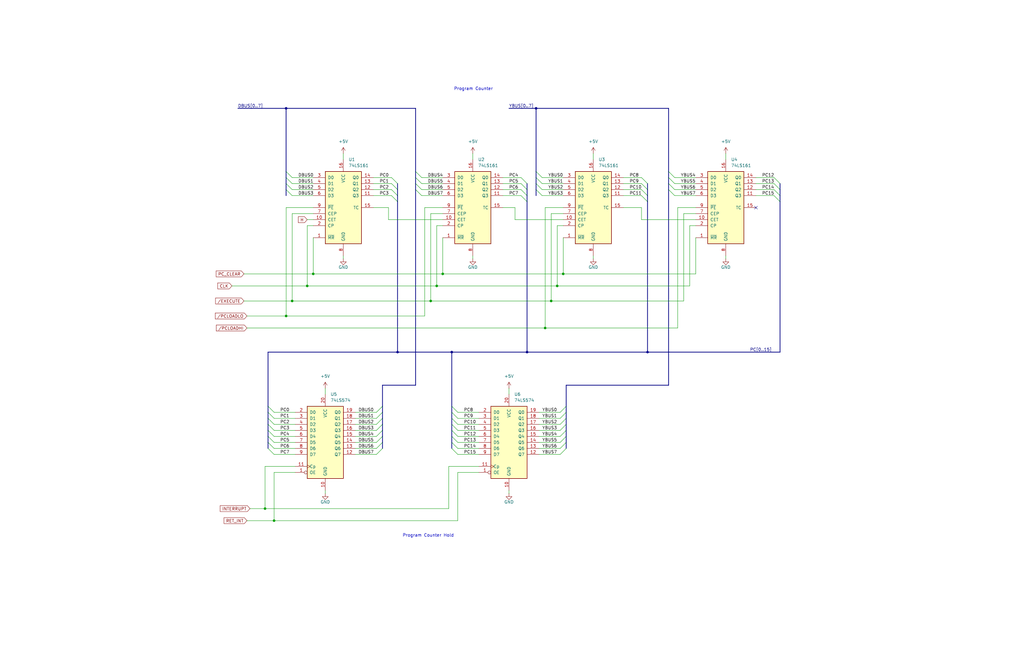
<source format=kicad_sch>
(kicad_sch (version 20231120) (generator "eeschema") (generator_version "8.0")
  (paper "B")
  (lib_symbols
    (symbol "74xx:74LS161" (pin_names (offset 1.016))
      (property "Reference" "U" (at -7.62 16.51 0))
      (property "Value" "74LS161" (at -7.62 -16.51 0))
      (symbol "74LS161_1_0"
        (pin input line (at -12.7 -12.7 0) (length 5.08) (name "~{MR}") (number "1"))
        (pin input line (at -12.7 -5.08 0) (length 5.08) (name "CET") (number "10"))
        (pin output line (at 12.7 5.08 180) (length 5.08) (name "Q3") (number "11"))
        (pin output line (at 12.7 7.62 180) (length 5.08) (name "Q2") (number "12"))
        (pin output line (at 12.7 10.16 180) (length 5.08) (name "Q1") (number "13"))
        (pin output line (at 12.7 12.7 180) (length 5.08) (name "Q0") (number "14"))
        (pin output line (at 12.7 0 180) (length 5.08) (name "TC") (number "15"))
        (pin power_in line (at 0 20.32 270) (length 5.08) (name "VCC") (number "16"))
        (pin input line (at -12.7 -7.62 0) (length 5.08) (name "CP") (number "2"))
        (pin input line (at -12.7 12.7 0) (length 5.08) (name "D0") (number "3"))
        (pin input line (at -12.7 10.16 0) (length 5.08) (name "D1") (number "4"))
        (pin input line (at -12.7 7.62 0) (length 5.08) (name "D2") (number "5"))
        (pin input line (at -12.7 5.08 0) (length 5.08) (name "D3") (number "6"))
        (pin input line (at -12.7 -2.54 0) (length 5.08) (name "CEP") (number "7"))
        (pin power_in line (at 0 -20.32 90) (length 5.08) (name "GND") (number "8"))
        (pin input line (at -12.7 0 0) (length 5.08) (name "~{PE}") (number "9"))
      )
      (symbol "74LS161_1_1"
        (rectangle (start -7.62 15.24) (end 7.62 -15.24) (stroke (width 0.254)) (fill (type background)))
      )
    )
    (symbol "74xx:74LS574" (pin_names (offset 1.016))
      (property "Reference" "U" (at -7.62 16.51 0))
      (property "Value" "74LS574" (at -7.62 -16.51 0))
      (symbol "74LS574_1_0"
        (pin input inverted (at -12.7 -12.7 0) (length 5.08) (name "OE") (number "1"))
        (pin power_in line (at 0 -20.32 90) (length 5.08) (name "GND") (number "10"))
        (pin input clock (at -12.7 -10.16 0) (length 5.08) (name "Cp") (number "11"))
        (pin tri_state line (at 12.7 -5.08 180) (length 5.08) (name "Q7") (number "12"))
        (pin tri_state line (at 12.7 -2.54 180) (length 5.08) (name "Q6") (number "13"))
        (pin tri_state line (at 12.7 0 180) (length 5.08) (name "Q5") (number "14"))
        (pin tri_state line (at 12.7 2.54 180) (length 5.08) (name "Q4") (number "15"))
        (pin tri_state line (at 12.7 5.08 180) (length 5.08) (name "Q3") (number "16"))
        (pin tri_state line (at 12.7 7.62 180) (length 5.08) (name "Q2") (number "17"))
        (pin tri_state line (at 12.7 10.16 180) (length 5.08) (name "Q1") (number "18"))
        (pin tri_state line (at 12.7 12.7 180) (length 5.08) (name "Q0") (number "19"))
        (pin input line (at -12.7 12.7 0) (length 5.08) (name "D0") (number "2"))
        (pin power_in line (at 0 20.32 270) (length 5.08) (name "VCC") (number "20"))
        (pin input line (at -12.7 10.16 0) (length 5.08) (name "D1") (number "3"))
        (pin input line (at -12.7 7.62 0) (length 5.08) (name "D2") (number "4"))
        (pin input line (at -12.7 5.08 0) (length 5.08) (name "D3") (number "5"))
        (pin input line (at -12.7 2.54 0) (length 5.08) (name "D4") (number "6"))
        (pin input line (at -12.7 0 0) (length 5.08) (name "D5") (number "7"))
        (pin input line (at -12.7 -2.54 0) (length 5.08) (name "D6") (number "8"))
        (pin input line (at -12.7 -5.08 0) (length 5.08) (name "D7") (number "9"))
      )
      (symbol "74LS574_1_1"
        (rectangle (start -7.62 15.24) (end 7.62 -15.24) (stroke (width 0.254)) (fill (type background)))
      )
    )
    (symbol "power:+5V" (power) (pin_numbers hide) (pin_names (offset 0) hide)
      (property "Value" "+5V" (at 0 3.556 0))
      (symbol "+5V_0_1"
        (polyline (pts (xy -0.762 1.27) (xy 0 2.54)))
        (polyline (pts (xy 0 0) (xy 0 2.54)))
        (polyline (pts (xy 0 2.54) (xy 0.762 1.27)))
      )
      (symbol "+5V_1_1"
        (pin power_in line (at 0 0 90) (length 0) (name "~") (number "1"))
      )
    )
    (symbol "power:GND" (power) (pin_numbers hide) (pin_names (offset 0) hide)
      (property "Value" "GND" (at 0 -3.81 0))
      (symbol "GND_0_1"
        (polyline (pts (xy 0 0) (xy 0 -1.27) (xy 1.27 -1.27) (xy 0 -2.54) (xy -1.27 -1.27) (xy 0 -1.27)))
      )
      (symbol "GND_1_1"
        (pin power_in line (at 0 0 270) (length 0) (name "~") (number "1"))
      )
    )
  )
  (junction (at 237.49 115.57))
  (junction (at 232.41 127))
  (junction (at 111.76 214.63))
  (junction (at 234.95 120.65))
  (junction (at 273.05 148.59))
  (junction (at 181.61 127))
  (junction (at 184.15 120.65))
  (junction (at 120.65 45.72))
  (junction (at 222.25 148.59))
  (junction (at 123.19 127))
  (junction (at 129.54 120.65))
  (junction (at 120.65 133.35))
  (junction (at 132.08 115.57))
  (junction (at 190.5 148.59))
  (junction (at 226.06 45.72))
  (junction (at 229.87 138.43))
  (junction (at 167.64 148.59))
  (junction (at 186.69 115.57))
  (junction (at 115.57 219.71))
  (no_connect (at 318.77 87.63))
  (bus_entry (at 236.22 173.99) (size 2.54 -2.54))
  (bus_entry (at 120.65 72.39) (size 2.54 2.54))
  (bus_entry (at 219.71 74.93) (size 2.54 2.54))
  (bus_entry (at 113.03 176.53) (size 2.54 2.54))
  (bus_entry (at 158.75 186.69) (size 2.54 -2.54))
  (bus_entry (at 158.75 181.61) (size 2.54 -2.54))
  (bus_entry (at 281.94 80.01) (size 2.54 2.54))
  (bus_entry (at 175.26 80.01) (size 2.54 2.54))
  (bus_entry (at 190.5 189.23) (size 2.54 2.54))
  (bus_entry (at 270.51 82.55) (size 2.54 2.54))
  (bus_entry (at 270.51 74.93) (size 2.54 2.54))
  (bus_entry (at 165.1 77.47) (size 2.54 2.54))
  (bus_entry (at 113.03 189.23) (size 2.54 2.54))
  (bus_entry (at 190.5 186.69) (size 2.54 2.54))
  (bus_entry (at 158.75 179.07) (size 2.54 -2.54))
  (bus_entry (at 113.03 179.07) (size 2.54 2.54))
  (bus_entry (at 326.39 80.01) (size 2.54 2.54))
  (bus_entry (at 236.22 179.07) (size 2.54 -2.54))
  (bus_entry (at 226.06 77.47) (size 2.54 2.54))
  (bus_entry (at 113.03 171.45) (size 2.54 2.54))
  (bus_entry (at 165.1 80.01) (size 2.54 2.54))
  (bus_entry (at 226.06 72.39) (size 2.54 2.54))
  (bus_entry (at 165.1 74.93) (size 2.54 2.54))
  (bus_entry (at 158.75 173.99) (size 2.54 -2.54))
  (bus_entry (at 326.39 82.55) (size 2.54 2.54))
  (bus_entry (at 226.06 80.01) (size 2.54 2.54))
  (bus_entry (at 190.5 184.15) (size 2.54 2.54))
  (bus_entry (at 281.94 74.93) (size 2.54 2.54))
  (bus_entry (at 326.39 74.93) (size 2.54 2.54))
  (bus_entry (at 219.71 80.01) (size 2.54 2.54))
  (bus_entry (at 236.22 186.69) (size 2.54 -2.54))
  (bus_entry (at 270.51 80.01) (size 2.54 2.54))
  (bus_entry (at 226.06 74.93) (size 2.54 2.54))
  (bus_entry (at 175.26 74.93) (size 2.54 2.54))
  (bus_entry (at 236.22 189.23) (size 2.54 -2.54))
  (bus_entry (at 281.94 72.39) (size 2.54 2.54))
  (bus_entry (at 219.71 82.55) (size 2.54 2.54))
  (bus_entry (at 190.5 176.53) (size 2.54 2.54))
  (bus_entry (at 236.22 184.15) (size 2.54 -2.54))
  (bus_entry (at 158.75 191.77) (size 2.54 -2.54))
  (bus_entry (at 190.5 173.99) (size 2.54 2.54))
  (bus_entry (at 190.5 179.07) (size 2.54 2.54))
  (bus_entry (at 165.1 82.55) (size 2.54 2.54))
  (bus_entry (at 219.71 77.47) (size 2.54 2.54))
  (bus_entry (at 113.03 181.61) (size 2.54 2.54))
  (bus_entry (at 190.5 181.61) (size 2.54 2.54))
  (bus_entry (at 175.26 77.47) (size 2.54 2.54))
  (bus_entry (at 158.75 176.53) (size 2.54 -2.54))
  (bus_entry (at 236.22 176.53) (size 2.54 -2.54))
  (bus_entry (at 175.26 72.39) (size 2.54 2.54))
  (bus_entry (at 120.65 74.93) (size 2.54 2.54))
  (bus_entry (at 281.94 77.47) (size 2.54 2.54))
  (bus_entry (at 158.75 184.15) (size 2.54 -2.54))
  (bus_entry (at 236.22 181.61) (size 2.54 -2.54))
  (bus_entry (at 158.75 189.23) (size 2.54 -2.54))
  (bus_entry (at 270.51 77.47) (size 2.54 2.54))
  (bus_entry (at 190.5 171.45) (size 2.54 2.54))
  (bus_entry (at 113.03 186.69) (size 2.54 2.54))
  (bus_entry (at 120.65 77.47) (size 2.54 2.54))
  (bus_entry (at 236.22 191.77) (size 2.54 -2.54))
  (bus_entry (at 120.65 80.01) (size 2.54 2.54))
  (bus_entry (at 113.03 184.15) (size 2.54 2.54))
  (bus_entry (at 326.39 77.47) (size 2.54 2.54))
  (bus_entry (at 113.03 173.99) (size 2.54 2.54))
  (wire (pts (xy 102.87 115.57) (xy 132.08 115.57)))
  (wire (pts (xy 193.04 219.71) (xy 193.04 199.39)))
  (wire (pts (xy 181.61 90.17) (xy 181.61 127)))
  (bus (pts (xy 226.06 45.72) (xy 281.94 45.72)))
  (wire (pts (xy 229.87 87.63) (xy 229.87 138.43)))
  (wire (pts (xy 115.57 189.23) (xy 124.46 189.23)))
  (wire (pts (xy 177.8 74.93) (xy 186.69 74.93)))
  (wire (pts (xy 105.41 214.63) (xy 111.76 214.63)))
  (wire (pts (xy 123.19 127) (xy 123.19 90.17)))
  (bus (pts (xy 281.94 45.72) (xy 281.94 72.39)))
  (wire (pts (xy 250.19 107.95) (xy 250.19 109.22)))
  (bus (pts (xy 161.29 162.56) (xy 175.26 162.56)))
  (wire (pts (xy 227.33 184.15) (xy 236.22 184.15)))
  (wire (pts (xy 229.87 138.43) (xy 285.75 138.43)))
  (wire (pts (xy 120.65 87.63) (xy 132.08 87.63)))
  (wire (pts (xy 262.89 80.01) (xy 270.51 80.01)))
  (wire (pts (xy 232.41 127) (xy 232.41 90.17)))
  (wire (pts (xy 262.89 87.63) (xy 270.51 87.63)))
  (wire (pts (xy 212.09 82.55) (xy 219.71 82.55)))
  (bus (pts (xy 273.05 77.47) (xy 273.05 80.01)))
  (wire (pts (xy 186.69 95.25) (xy 184.15 95.25)))
  (wire (pts (xy 318.77 80.01) (xy 326.39 80.01)))
  (wire (pts (xy 123.19 74.93) (xy 132.08 74.93)))
  (wire (pts (xy 144.78 64.77) (xy 144.78 67.31)))
  (bus (pts (xy 167.64 85.09) (xy 167.64 148.59)))
  (wire (pts (xy 186.69 100.33) (xy 186.69 115.57)))
  (bus (pts (xy 120.65 77.47) (xy 120.65 80.01)))
  (wire (pts (xy 212.09 74.93) (xy 219.71 74.93)))
  (bus (pts (xy 222.25 80.01) (xy 222.25 82.55)))
  (wire (pts (xy 214.63 163.83) (xy 214.63 166.37)))
  (wire (pts (xy 179.07 87.63) (xy 186.69 87.63)))
  (wire (pts (xy 306.07 107.95) (xy 306.07 109.22)))
  (wire (pts (xy 227.33 173.99) (xy 236.22 173.99)))
  (wire (pts (xy 177.8 77.47) (xy 186.69 77.47)))
  (wire (pts (xy 129.54 120.65) (xy 184.15 120.65)))
  (wire (pts (xy 129.54 95.25) (xy 129.54 120.65)))
  (wire (pts (xy 214.63 207.01) (xy 214.63 208.28)))
  (wire (pts (xy 149.86 189.23) (xy 158.75 189.23)))
  (bus (pts (xy 226.06 77.47) (xy 226.06 80.01)))
  (wire (pts (xy 149.86 181.61) (xy 158.75 181.61)))
  (wire (pts (xy 237.49 92.71) (xy 217.17 92.71)))
  (bus (pts (xy 226.06 74.93) (xy 226.06 77.47)))
  (bus (pts (xy 161.29 189.23) (xy 161.29 186.69)))
  (wire (pts (xy 288.29 90.17) (xy 293.37 90.17)))
  (bus (pts (xy 113.03 181.61) (xy 113.03 184.15)))
  (bus (pts (xy 281.94 80.01) (xy 281.94 162.56)))
  (wire (pts (xy 184.15 120.65) (xy 234.95 120.65)))
  (wire (pts (xy 115.57 176.53) (xy 124.46 176.53)))
  (wire (pts (xy 123.19 80.01) (xy 132.08 80.01)))
  (wire (pts (xy 111.76 214.63) (xy 111.76 196.85)))
  (bus (pts (xy 113.03 171.45) (xy 113.03 173.99)))
  (wire (pts (xy 149.86 191.77) (xy 158.75 191.77)))
  (wire (pts (xy 318.77 82.55) (xy 326.39 82.55)))
  (wire (pts (xy 250.19 64.77) (xy 250.19 67.31)))
  (bus (pts (xy 190.5 148.59) (xy 190.5 171.45)))
  (wire (pts (xy 285.75 87.63) (xy 285.75 138.43)))
  (wire (pts (xy 104.14 138.43) (xy 229.87 138.43)))
  (wire (pts (xy 115.57 199.39) (xy 124.46 199.39)))
  (wire (pts (xy 318.77 74.93) (xy 326.39 74.93)))
  (wire (pts (xy 123.19 77.47) (xy 132.08 77.47)))
  (wire (pts (xy 193.04 186.69) (xy 201.93 186.69)))
  (wire (pts (xy 132.08 100.33) (xy 132.08 115.57)))
  (bus (pts (xy 273.05 85.09) (xy 273.05 148.59)))
  (wire (pts (xy 132.08 115.57) (xy 186.69 115.57)))
  (wire (pts (xy 199.39 64.77) (xy 199.39 67.31)))
  (bus (pts (xy 167.64 82.55) (xy 167.64 85.09)))
  (wire (pts (xy 293.37 92.71) (xy 270.51 92.71)))
  (bus (pts (xy 120.65 45.72) (xy 175.26 45.72)))
  (wire (pts (xy 104.14 133.35) (xy 120.65 133.35)))
  (wire (pts (xy 129.54 92.71) (xy 132.08 92.71)))
  (wire (pts (xy 232.41 127) (xy 288.29 127)))
  (wire (pts (xy 228.6 80.01) (xy 237.49 80.01)))
  (bus (pts (xy 281.94 162.56) (xy 238.76 162.56)))
  (bus (pts (xy 190.5 181.61) (xy 190.5 184.15)))
  (wire (pts (xy 111.76 196.85) (xy 124.46 196.85)))
  (wire (pts (xy 193.04 199.39) (xy 201.93 199.39)))
  (bus (pts (xy 100.33 45.72) (xy 120.65 45.72)))
  (bus (pts (xy 226.06 80.01) (xy 226.06 82.55)))
  (bus (pts (xy 190.5 179.07) (xy 190.5 181.61)))
  (wire (pts (xy 129.54 95.25) (xy 132.08 95.25)))
  (bus (pts (xy 113.03 176.53) (xy 113.03 179.07)))
  (bus (pts (xy 238.76 186.69) (xy 238.76 184.15)))
  (wire (pts (xy 228.6 77.47) (xy 237.49 77.47)))
  (bus (pts (xy 238.76 184.15) (xy 238.76 181.61)))
  (bus (pts (xy 113.03 179.07) (xy 113.03 181.61)))
  (wire (pts (xy 115.57 186.69) (xy 124.46 186.69)))
  (bus (pts (xy 113.03 186.69) (xy 113.03 189.23)))
  (wire (pts (xy 288.29 127) (xy 288.29 90.17)))
  (bus (pts (xy 222.25 85.09) (xy 222.25 148.59)))
  (wire (pts (xy 111.76 214.63) (xy 189.23 214.63)))
  (wire (pts (xy 149.86 176.53) (xy 158.75 176.53)))
  (wire (pts (xy 104.14 219.71) (xy 115.57 219.71)))
  (wire (pts (xy 115.57 181.61) (xy 124.46 181.61)))
  (bus (pts (xy 161.29 176.53) (xy 161.29 173.99)))
  (wire (pts (xy 120.65 87.63) (xy 120.65 133.35)))
  (wire (pts (xy 270.51 92.71) (xy 270.51 87.63)))
  (wire (pts (xy 293.37 100.33) (xy 293.37 115.57)))
  (wire (pts (xy 115.57 173.99) (xy 124.46 173.99)))
  (bus (pts (xy 273.05 148.59) (xy 222.25 148.59)))
  (wire (pts (xy 212.09 77.47) (xy 219.71 77.47)))
  (bus (pts (xy 190.5 171.45) (xy 190.5 173.99)))
  (wire (pts (xy 189.23 196.85) (xy 201.93 196.85)))
  (bus (pts (xy 113.03 148.59) (xy 167.64 148.59)))
  (bus (pts (xy 214.63 45.72) (xy 226.06 45.72)))
  (bus (pts (xy 190.5 184.15) (xy 190.5 186.69)))
  (bus (pts (xy 238.76 173.99) (xy 238.76 171.45)))
  (wire (pts (xy 262.89 77.47) (xy 270.51 77.47)))
  (bus (pts (xy 120.65 45.72) (xy 120.65 72.39)))
  (bus (pts (xy 120.65 72.39) (xy 120.65 74.93)))
  (bus (pts (xy 281.94 77.47) (xy 281.94 80.01)))
  (wire (pts (xy 217.17 92.71) (xy 217.17 87.63)))
  (wire (pts (xy 237.49 100.33) (xy 237.49 115.57)))
  (bus (pts (xy 238.76 171.45) (xy 238.76 162.56)))
  (wire (pts (xy 284.48 77.47) (xy 293.37 77.47)))
  (wire (pts (xy 157.48 74.93) (xy 165.1 74.93)))
  (wire (pts (xy 193.04 184.15) (xy 201.93 184.15)))
  (wire (pts (xy 157.48 80.01) (xy 165.1 80.01)))
  (wire (pts (xy 137.16 163.83) (xy 137.16 166.37)))
  (wire (pts (xy 237.49 115.57) (xy 293.37 115.57)))
  (bus (pts (xy 113.03 148.59) (xy 113.03 171.45)))
  (wire (pts (xy 262.89 82.55) (xy 270.51 82.55)))
  (wire (pts (xy 177.8 82.55) (xy 186.69 82.55)))
  (wire (pts (xy 212.09 80.01) (xy 219.71 80.01)))
  (bus (pts (xy 161.29 171.45) (xy 161.29 162.56)))
  (wire (pts (xy 229.87 87.63) (xy 237.49 87.63)))
  (wire (pts (xy 284.48 74.93) (xy 293.37 74.93)))
  (bus (pts (xy 113.03 173.99) (xy 113.03 176.53)))
  (bus (pts (xy 190.5 176.53) (xy 190.5 179.07)))
  (wire (pts (xy 193.04 181.61) (xy 201.93 181.61)))
  (wire (pts (xy 120.65 133.35) (xy 179.07 133.35)))
  (wire (pts (xy 189.23 214.63) (xy 189.23 196.85)))
  (wire (pts (xy 97.79 120.65) (xy 129.54 120.65)))
  (wire (pts (xy 149.86 186.69) (xy 158.75 186.69)))
  (bus (pts (xy 161.29 184.15) (xy 161.29 181.61)))
  (wire (pts (xy 181.61 127) (xy 232.41 127)))
  (bus (pts (xy 328.93 80.01) (xy 328.93 82.55)))
  (wire (pts (xy 293.37 95.25) (xy 290.83 95.25)))
  (wire (pts (xy 306.07 64.77) (xy 306.07 67.31)))
  (bus (pts (xy 161.29 181.61) (xy 161.29 179.07)))
  (wire (pts (xy 115.57 179.07) (xy 124.46 179.07)))
  (bus (pts (xy 281.94 74.93) (xy 281.94 77.47)))
  (wire (pts (xy 149.86 179.07) (xy 158.75 179.07)))
  (bus (pts (xy 222.25 82.55) (xy 222.25 85.09)))
  (bus (pts (xy 238.76 176.53) (xy 238.76 173.99)))
  (wire (pts (xy 149.86 173.99) (xy 158.75 173.99)))
  (bus (pts (xy 238.76 189.23) (xy 238.76 186.69)))
  (bus (pts (xy 328.93 77.47) (xy 328.93 80.01)))
  (bus (pts (xy 190.5 173.99) (xy 190.5 176.53)))
  (wire (pts (xy 284.48 82.55) (xy 293.37 82.55)))
  (bus (pts (xy 328.93 85.09) (xy 328.93 148.59)))
  (bus (pts (xy 167.64 80.01) (xy 167.64 82.55)))
  (bus (pts (xy 161.29 179.07) (xy 161.29 176.53)))
  (wire (pts (xy 123.19 127) (xy 181.61 127)))
  (bus (pts (xy 190.5 186.69) (xy 190.5 189.23)))
  (wire (pts (xy 217.17 87.63) (xy 212.09 87.63)))
  (bus (pts (xy 328.93 82.55) (xy 328.93 85.09)))
  (wire (pts (xy 227.33 181.61) (xy 236.22 181.61)))
  (bus (pts (xy 273.05 148.59) (xy 328.93 148.59)))
  (wire (pts (xy 193.04 191.77) (xy 201.93 191.77)))
  (wire (pts (xy 123.19 90.17) (xy 132.08 90.17)))
  (wire (pts (xy 115.57 191.77) (xy 124.46 191.77)))
  (bus (pts (xy 120.65 80.01) (xy 120.65 82.55)))
  (bus (pts (xy 238.76 181.61) (xy 238.76 179.07)))
  (wire (pts (xy 227.33 179.07) (xy 236.22 179.07)))
  (bus (pts (xy 222.25 77.47) (xy 222.25 80.01)))
  (wire (pts (xy 234.95 120.65) (xy 290.83 120.65)))
  (bus (pts (xy 281.94 72.39) (xy 281.94 74.93)))
  (wire (pts (xy 157.48 82.55) (xy 165.1 82.55)))
  (bus (pts (xy 226.06 72.39) (xy 226.06 74.93)))
  (wire (pts (xy 227.33 176.53) (xy 236.22 176.53)))
  (wire (pts (xy 186.69 90.17) (xy 181.61 90.17)))
  (bus (pts (xy 175.26 45.72) (xy 175.26 72.39)))
  (bus (pts (xy 190.5 148.59) (xy 167.64 148.59)))
  (bus (pts (xy 175.26 72.39) (xy 175.26 74.93)))
  (bus (pts (xy 113.03 184.15) (xy 113.03 186.69)))
  (wire (pts (xy 234.95 95.25) (xy 234.95 120.65)))
  (wire (pts (xy 137.16 207.01) (xy 137.16 208.28)))
  (bus (pts (xy 120.65 74.93) (xy 120.65 77.47)))
  (bus (pts (xy 238.76 179.07) (xy 238.76 176.53)))
  (bus (pts (xy 273.05 82.55) (xy 273.05 85.09)))
  (bus (pts (xy 161.29 173.99) (xy 161.29 171.45)))
  (wire (pts (xy 234.95 95.25) (xy 237.49 95.25)))
  (wire (pts (xy 284.48 80.01) (xy 293.37 80.01)))
  (wire (pts (xy 227.33 189.23) (xy 236.22 189.23)))
  (wire (pts (xy 163.83 92.71) (xy 186.69 92.71)))
  (wire (pts (xy 144.78 107.95) (xy 144.78 109.22)))
  (wire (pts (xy 199.39 107.95) (xy 199.39 109.22)))
  (wire (pts (xy 232.41 90.17) (xy 237.49 90.17)))
  (bus (pts (xy 273.05 80.01) (xy 273.05 82.55)))
  (wire (pts (xy 228.6 74.93) (xy 237.49 74.93)))
  (wire (pts (xy 115.57 184.15) (xy 124.46 184.15)))
  (wire (pts (xy 318.77 77.47) (xy 326.39 77.47)))
  (wire (pts (xy 149.86 184.15) (xy 158.75 184.15)))
  (wire (pts (xy 193.04 189.23) (xy 201.93 189.23)))
  (bus (pts (xy 222.25 148.59) (xy 190.5 148.59)))
  (wire (pts (xy 186.69 115.57) (xy 237.49 115.57)))
  (wire (pts (xy 193.04 179.07) (xy 201.93 179.07)))
  (wire (pts (xy 262.89 74.93) (xy 270.51 74.93)))
  (wire (pts (xy 227.33 186.69) (xy 236.22 186.69)))
  (bus (pts (xy 226.06 45.72) (xy 226.06 72.39)))
  (wire (pts (xy 102.87 127) (xy 123.19 127)))
  (wire (pts (xy 193.04 176.53) (xy 201.93 176.53)))
  (wire (pts (xy 227.33 191.77) (xy 236.22 191.77)))
  (wire (pts (xy 163.83 87.63) (xy 163.83 92.71)))
  (wire (pts (xy 290.83 95.25) (xy 290.83 120.65)))
  (wire (pts (xy 115.57 219.71) (xy 193.04 219.71)))
  (bus (pts (xy 175.26 80.01) (xy 175.26 162.56)))
  (wire (pts (xy 157.48 77.47) (xy 165.1 77.47)))
  (wire (pts (xy 293.37 87.63) (xy 285.75 87.63)))
  (wire (pts (xy 193.04 173.99) (xy 201.93 173.99)))
  (wire (pts (xy 177.8 80.01) (xy 186.69 80.01)))
  (bus (pts (xy 167.64 77.47) (xy 167.64 80.01)))
  (bus (pts (xy 161.29 186.69) (xy 161.29 184.15)))
  (bus (pts (xy 175.26 74.93) (xy 175.26 77.47)))
  (wire (pts (xy 228.6 82.55) (xy 237.49 82.55)))
  (wire (pts (xy 157.48 87.63) (xy 163.83 87.63)))
  (wire (pts (xy 179.07 87.63) (xy 179.07 133.35)))
  (wire (pts (xy 123.19 82.55) (xy 132.08 82.55)))
  (wire (pts (xy 115.57 219.71) (xy 115.57 199.39)))
  (wire (pts (xy 184.15 95.25) (xy 184.15 120.65)))
  (bus (pts (xy 175.26 77.47) (xy 175.26 80.01)))
  (text "Program Counter" (at 199.644 37.592 0) (effects (font (size 1.27 1.27))))
  (text "Program Counter Hold\n" (at 180.594 226.06 0) (effects (font (size 1.27 1.27))))
  (label "PC14" (at 321.31 80.01 0))
  (label "PC3" (at 118.11 181.61 0))
  (label "DBUS7" (at 151.13 191.77 0))
  (label "YBUS1" (at 228.6 176.53 0))
  (label "PC9" (at 265.43 77.47 0))
  (label "PC13" (at 195.58 186.69 0))
  (label "PC6" (at 118.11 189.23 0))
  (label "PC10" (at 265.43 80.01 0))
  (label "PC8" (at 265.43 74.93 0))
  (label "YBUS3" (at 231.14 82.55 0))
  (label "YBUS0" (at 231.14 74.93 0))
  (label "PC5" (at 214.63 77.47 0))
  (label "PC4" (at 214.63 74.93 0))
  (label "PC4" (at 118.11 184.15 0))
  (label "PC7" (at 214.63 82.55 0))
  (label "DBUS6" (at 180.34 80.01 0))
  (label "YBUS6" (at 228.6 189.23 0))
  (label "PC14" (at 195.58 189.23 0))
  (label "PC1" (at 160.02 77.47 0))
  (label "PC0" (at 160.02 74.93 0))
  (label "DBUS7" (at 180.34 82.55 0))
  (label "PC9" (at 195.58 176.53 0))
  (label "YBUS2" (at 231.14 80.01 0))
  (label "PC13" (at 321.31 77.47 0))
  (label "PC10" (at 195.58 179.07 0))
  (label "DBUS0" (at 151.13 173.99 0))
  (label "DBUS3" (at 151.13 181.61 0))
  (label "PC6" (at 214.63 80.01 0))
  (label "DBUS1" (at 151.13 176.53 0))
  (label "PC2" (at 160.02 80.01 0))
  (label "DBUS0" (at 125.73 74.93 0))
  (label "PC2" (at 118.11 179.07 0))
  (label "YBUS5" (at 287.02 77.47 0))
  (label "DBUS[0..7]" (at 100.33 45.72 0))
  (label "DBUS3" (at 125.73 82.55 0))
  (label "PC15" (at 321.31 82.55 0))
  (label "DBUS6" (at 151.13 189.23 0))
  (label "YBUS6" (at 287.02 80.01 0))
  (label "DBUS4" (at 151.13 184.15 0))
  (label "PC15" (at 195.58 191.77 0))
  (label "PC0" (at 118.11 173.99 0))
  (label "YBUS4" (at 228.6 184.15 0))
  (label "YBUS2" (at 228.6 179.07 0))
  (label "YBUS7" (at 228.6 191.77 0))
  (label "DBUS2" (at 151.13 179.07 0))
  (label "YBUS1" (at 231.14 77.47 0))
  (label "DBUS1" (at 125.73 77.47 0))
  (label "PC[0..15]" (at 316.23 148.59 0))
  (label "YBUS0" (at 228.6 173.99 0))
  (label "DBUS5" (at 151.13 186.69 0))
  (label "PC12" (at 321.31 74.93 0))
  (label "YBUS[0..7]" (at 214.63 45.72 0))
  (label "YBUS3" (at 228.6 181.61 0))
  (label "DBUS5" (at 180.34 77.47 0))
  (label "PC3" (at 160.02 82.55 0))
  (label "YBUS5" (at 228.6 186.69 0))
  (label "PC8" (at 195.58 173.99 0))
  (label "DBUS4" (at 180.34 74.93 0))
  (label "DBUS2" (at 125.73 80.01 0))
  (label "PC11" (at 195.58 181.61 0))
  (label "YBUS7" (at 287.02 82.55 0))
  (label "PC11" (at 265.43 82.55 0))
  (label "PC12" (at 195.58 184.15 0))
  (label "PC7" (at 118.11 191.77 0))
  (label "PC5" (at 118.11 186.69 0))
  (label "PC1" (at 118.11 176.53 0))
  (label "YBUS4" (at 287.02 74.93 0))
  (global_label "PC_CLEAR" (shape input) (at 102.87 115.57 180) (property "Intersheetrefs" "${INTERSHEET_REFS}" (effects (hide yes))))
  (global_label "INTERRUPT" (shape input) (at 105.41 214.63 180) (property "Intersheetrefs" "${INTERSHEET_REFS}" (effects (hide yes))))
  (global_label "{slash}EXECUTE" (shape input) (at 102.87 127 180) (property "Intersheetrefs" "${INTERSHEET_REFS}" (effects (hide yes))))
  (global_label "H" (shape input) (at 129.54 92.71 180) (property "Intersheetrefs" "${INTERSHEET_REFS}" (effects (hide yes))))
  (global_label "{slash}PCLOADHI" (shape input) (at 104.14 138.43 180) (property "Intersheetrefs" "${INTERSHEET_REFS}" (effects (hide yes))))
  (global_label "{slash}PCLOADLO" (shape input) (at 104.14 133.35 180) (property "Intersheetrefs" "${INTERSHEET_REFS}" (effects (hide yes))))
  (global_label "CLK" (shape input) (at 97.79 120.65 180) (property "Intersheetrefs" "${INTERSHEET_REFS}" (effects (hide yes))))
  (global_label "RET_INT" (shape input) (at 104.14 219.71 180) (property "Intersheetrefs" "${INTERSHEET_REFS}" (effects (hide yes))))
  (symbol (lib_id "power:GND") (at 250.19 109.22 0) (unit 1)
    (property "Reference" "#PWR01" (effects (hide yes)))
    (property "Value" "GND" (at 250.19 112.776 0))
    (property "Description" "Power symbol creates a global label with name \"GND\" , ground" (effects (hide yes)))
  )
  (symbol (lib_id "74xx:74LS161") (at 306.07 87.63 0) (unit 1)
    (property "Reference" "U4" (at 308.2641 67.31 0) (effects (justify left)))
    (property "Value" "74LS161" (at 308.2641 69.85 0) (effects (justify left)))
    (property "Datasheet" "http://www.ti.com/lit/gpn/sn74LS161" (effects (hide yes)))
    (property "Description" "Synchronous 4-bit programmable binary Counter" (effects (hide yes)))
  )
  (symbol (lib_id "power:GND") (at 199.39 109.22 0) (unit 1)
    (property "Reference" "#PWR03" (effects (hide yes)))
    (property "Value" "GND" (at 199.39 112.776 0))
    (property "Description" "Power symbol creates a global label with name \"GND\" , ground" (effects (hide yes)))
  )
  (symbol (lib_id "74xx:74LS161") (at 199.39 87.63 0) (unit 1)
    (property "Reference" "U2" (at 201.5841 67.31 0) (effects (justify left)))
    (property "Value" "74LS161" (at 201.5841 69.85 0) (effects (justify left)))
    (property "Datasheet" "http://www.ti.com/lit/gpn/sn74LS161" (effects (hide yes)))
    (property "Description" "Synchronous 4-bit programmable binary Counter" (effects (hide yes)))
  )
  (symbol (lib_id "power:GND") (at 137.16 208.28 0) (unit 1)
    (property "Reference" "#PWR011" (effects (hide yes)))
    (property "Value" "GND" (at 137.16 211.836 0))
    (property "Description" "Power symbol creates a global label with name \"GND\" , ground" (effects (hide yes)))
  )
  (symbol (lib_id "power:GND") (at 306.07 109.22 0) (unit 1)
    (property "Reference" "#PWR02" (effects (hide yes)))
    (property "Value" "GND" (at 306.07 112.776 0))
    (property "Description" "Power symbol creates a global label with name \"GND\" , ground" (effects (hide yes)))
  )
  (symbol (lib_id "power:+5V") (at 250.19 64.77 0) (unit 1)
    (property "Reference" "#PWR07" (effects (hide yes)))
    (property "Value" "+5V" (at 250.19 59.69 0))
    (property "Description" "Power symbol creates a global label with name \"+5V\"" (effects (hide yes)))
  )
  (symbol (lib_id "power:GND") (at 214.63 208.28 0) (unit 1)
    (property "Reference" "#PWR012" (effects (hide yes)))
    (property "Value" "GND" (at 214.63 211.836 0))
    (property "Description" "Power symbol creates a global label with name \"GND\" , ground" (effects (hide yes)))
  )
  (symbol (lib_id "74xx:74LS574") (at 137.16 186.69 0) (unit 1)
    (property "Reference" "U5" (at 139.3541 166.37 0) (effects (justify left)))
    (property "Value" "74LS574" (at 139.3541 168.91 0) (effects (justify left)))
    (property "Datasheet" "http://www.ti.com/lit/gpn/sn74LS574" (effects (hide yes)))
    (property "Description" "8-bit Register, 3-state outputs" (effects (hide yes)))
  )
  (symbol (lib_id "power:+5V") (at 214.63 163.83 0) (unit 1)
    (property "Reference" "#PWR09" (effects (hide yes)))
    (property "Value" "+5V" (at 214.63 158.75 0))
    (property "Description" "Power symbol creates a global label with name \"+5V\"" (effects (hide yes)))
  )
  (symbol (lib_id "power:+5V") (at 144.78 64.77 0) (unit 1)
    (property "Reference" "#PWR05" (effects (hide yes)))
    (property "Value" "+5V" (at 144.78 59.69 0))
    (property "Description" "Power symbol creates a global label with name \"+5V\"" (effects (hide yes)))
  )
  (symbol (lib_id "74xx:74LS161") (at 144.78 87.63 0) (unit 1)
    (property "Reference" "U1" (at 146.9741 67.31 0) (effects (justify left)))
    (property "Value" "74LS161" (at 146.9741 69.85 0) (effects (justify left)))
    (property "Datasheet" "http://www.ti.com/lit/gpn/sn74LS161" (effects (hide yes)))
    (property "Description" "Synchronous 4-bit programmable binary Counter" (effects (hide yes)))
  )
  (symbol (lib_id "power:+5V") (at 306.07 64.77 0) (unit 1)
    (property "Reference" "#PWR08" (effects (hide yes)))
    (property "Value" "+5V" (at 306.07 59.69 0))
    (property "Description" "Power symbol creates a global label with name \"+5V\"" (effects (hide yes)))
  )
  (symbol (lib_id "power:+5V") (at 137.16 163.83 0) (unit 1)
    (property "Reference" "#PWR010" (effects (hide yes)))
    (property "Value" "+5V" (at 137.16 158.75 0))
    (property "Description" "Power symbol creates a global label with name \"+5V\"" (effects (hide yes)))
  )
  (symbol (lib_id "74xx:74LS574") (at 214.63 186.69 0) (unit 1)
    (property "Reference" "U6" (at 216.8241 166.37 0) (effects (justify left)))
    (property "Value" "74LS574" (at 216.8241 168.91 0) (effects (justify left)))
    (property "Datasheet" "http://www.ti.com/lit/gpn/sn74LS574" (effects (hide yes)))
    (property "Description" "8-bit Register, 3-state outputs" (effects (hide yes)))
  )
  (symbol (lib_id "74xx:74LS161") (at 250.19 87.63 0) (unit 1)
    (property "Reference" "U3" (at 252.3841 67.31 0) (effects (justify left)))
    (property "Value" "74LS161" (at 252.3841 69.85 0) (effects (justify left)))
    (property "Datasheet" "http://www.ti.com/lit/gpn/sn74LS161" (effects (hide yes)))
    (property "Description" "Synchronous 4-bit programmable binary Counter" (effects (hide yes)))
  )
  (symbol (lib_id "power:+5V") (at 199.39 64.77 0) (unit 1)
    (property "Reference" "#PWR06" (effects (hide yes)))
    (property "Value" "+5V" (at 199.39 59.69 0))
    (property "Description" "Power symbol creates a global label with name \"+5V\"" (effects (hide yes)))
  )
  (symbol (lib_id "power:GND") (at 144.78 109.22 0) (unit 1)
    (property "Reference" "#PWR04" (effects (hide yes)))
    (property "Value" "GND" (at 144.78 112.776 0))
    (property "Description" "Power symbol creates a global label with name \"GND\" , ground" (effects (hide yes)))
  )
)
</source>
